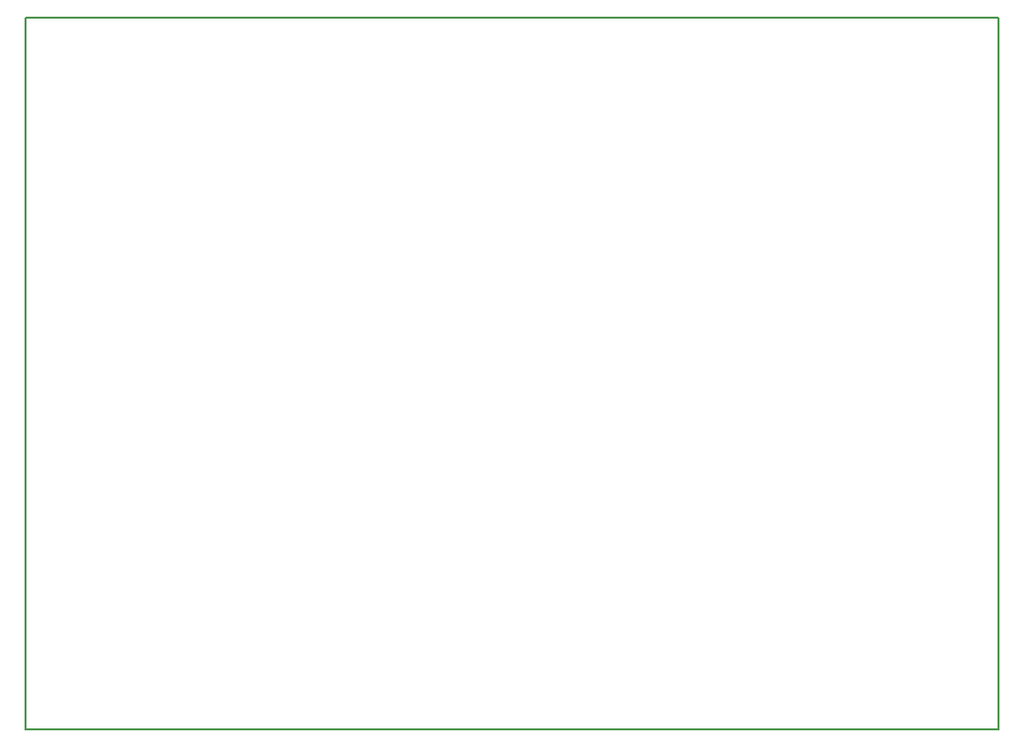
<source format=gbr>
%TF.GenerationSoftware,KiCad,Pcbnew,(7.0.0)*%
%TF.CreationDate,2023-04-20T22:31:56-06:00*%
%TF.ProjectId,Phase_B_PCB_Prototype,50686173-655f-4425-9f50-43425f50726f,rev?*%
%TF.SameCoordinates,Original*%
%TF.FileFunction,Profile,NP*%
%FSLAX46Y46*%
G04 Gerber Fmt 4.6, Leading zero omitted, Abs format (unit mm)*
G04 Created by KiCad (PCBNEW (7.0.0)) date 2023-04-20 22:31:56*
%MOMM*%
%LPD*%
G01*
G04 APERTURE LIST*
%TA.AperFunction,Profile*%
%ADD10C,0.150000*%
%TD*%
G04 APERTURE END LIST*
D10*
X70866000Y-58547000D02*
X154813000Y-58547000D01*
X154813000Y-58547000D02*
X154813000Y-119888000D01*
X154813000Y-119888000D02*
X70866000Y-119888000D01*
X70866000Y-119888000D02*
X70866000Y-58547000D01*
M02*

</source>
